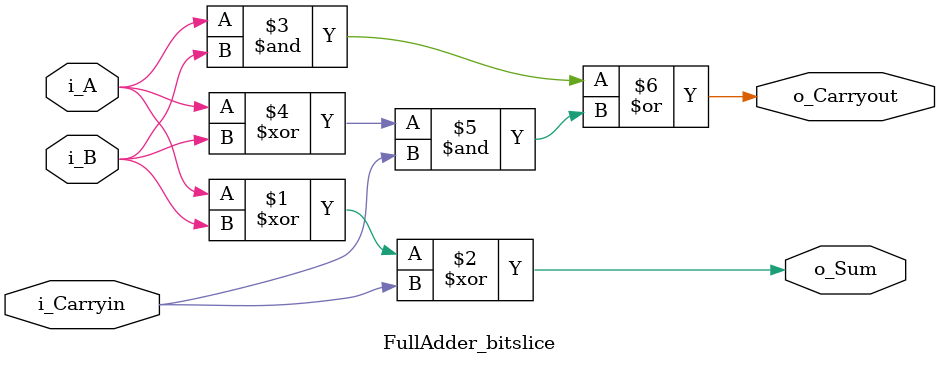
<source format=v>
`timescale 1ns / 1ps


module FullAdder_bitslice(
    input i_A,
    input i_B,
    input i_Carryin,
    output o_Sum,
    output o_Carryout
    );
    
    assign o_Sum = i_A ^ i_B ^ i_Carryin; //Propagate xor Carryin
    assign o_Carryout =  (i_A & i_B) | ((i_A ^ i_B) & i_Carryin); // Generate or (Propagate and Carryin)
endmodule

</source>
